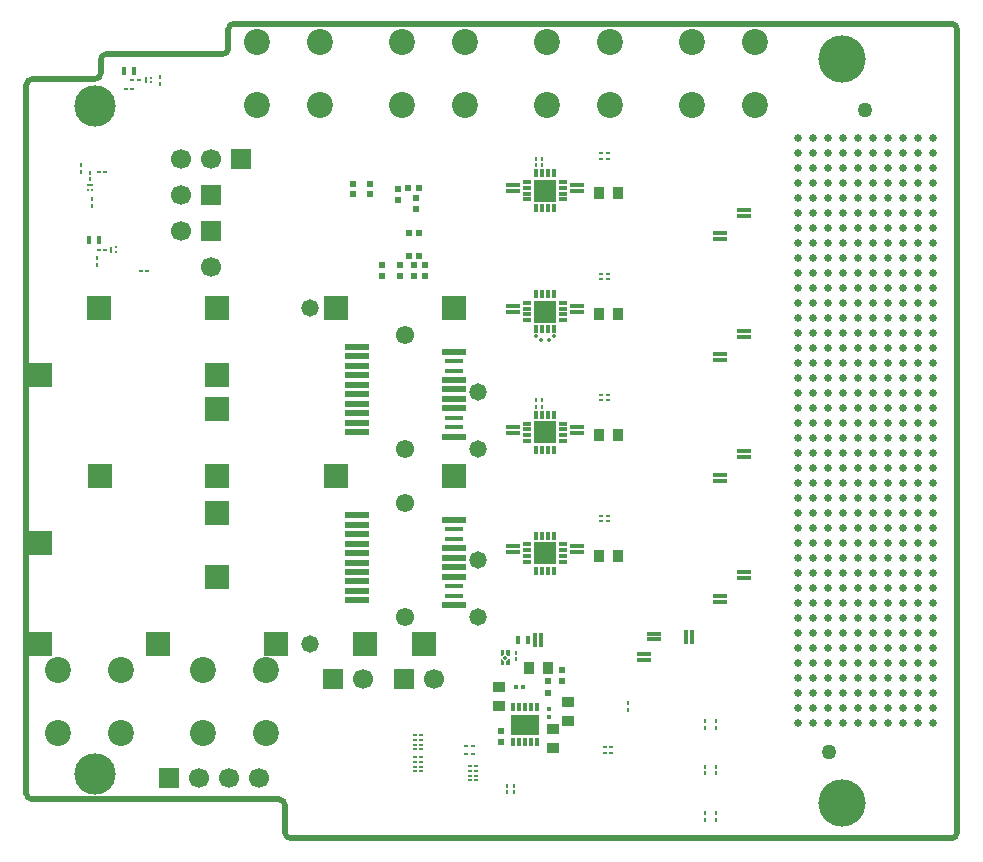
<source format=gbs>
G04*
G04 #@! TF.GenerationSoftware,Altium Limited,Altium Designer,24.2.2 (26)*
G04*
G04 Layer_Color=16711935*
%FSLAX26Y26*%
%MOIN*%
G70*
G04*
G04 #@! TF.SameCoordinates,1490CFCF-B2EF-406E-B7EC-920D21FDAB99*
G04*
G04*
G04 #@! TF.FilePolarity,Negative*
G04*
G01*
G75*
%ADD23R,0.011811X0.010800*%
%ADD24R,0.015748X0.025591*%
%ADD30R,0.024409X0.022835*%
%ADD43R,0.029528X0.011811*%
%ADD44R,0.011811X0.029528*%
%ADD58R,0.019685X0.005906*%
%ADD59R,0.005906X0.009842*%
%ADD62R,0.005906X0.019685*%
%ADD63R,0.009842X0.005906*%
%ADD65R,0.035433X0.039370*%
%ADD66R,0.010800X0.011811*%
%ADD69R,0.004921X0.023622*%
%ADD70R,0.047244X0.011811*%
%ADD71R,0.011811X0.047244*%
%ADD72R,0.023622X0.004921*%
%ADD73R,0.039370X0.037402*%
%ADD74R,0.037402X0.039370*%
%ADD75R,0.024409X0.024409*%
%ADD76R,0.024409X0.024409*%
%ADD79C,0.020000*%
%ADD80C,0.020000*%
%ADD95R,0.078740X0.078740*%
%ADD96C,0.058189*%
%ADD97C,0.061024*%
%ADD98C,0.066929*%
%ADD99R,0.066929X0.066929*%
%ADD100C,0.050000*%
%ADD101C,0.086614*%
%ADD102C,0.137795*%
%ADD103C,0.157480*%
%ADD149R,0.078740X0.019685*%
%ADD150R,0.059055X0.015748*%
%ADD151R,0.097638X0.068898*%
%ADD152R,0.011811X0.031496*%
%ADD153R,0.001000X0.001000*%
%ADD154P,0.001414X4X90.0*%
%ADD155R,0.072835X0.072835*%
%ADD156C,0.025197*%
%ADD157R,0.011811X0.006890*%
G04:AMPARAMS|DCode=159|XSize=10.8mil|YSize=11.811mil|CornerRadius=0mil|HoleSize=0mil|Usage=FLASHONLY|Rotation=225.000|XOffset=0mil|YOffset=0mil|HoleType=Round|Shape=Rectangle|*
%AMROTATEDRECTD159*
4,1,4,-0.000357,0.007994,0.007994,-0.000357,0.000357,-0.007994,-0.007994,0.000357,-0.000357,0.007994,0.0*
%
%ADD159ROTATEDRECTD159*%

G04:AMPARAMS|DCode=160|XSize=10.8mil|YSize=11.811mil|CornerRadius=0mil|HoleSize=0mil|Usage=FLASHONLY|Rotation=135.000|XOffset=0mil|YOffset=0mil|HoleType=Round|Shape=Rectangle|*
%AMROTATEDRECTD160*
4,1,4,0.007994,0.000357,-0.000357,-0.007994,-0.007994,-0.000357,0.000357,0.007994,0.007994,0.000357,0.0*
%
%ADD160ROTATEDRECTD160*%

%ADD167R,0.017716X0.015748*%
%ADD168R,0.015748X0.017716*%
G36*
X1383185Y412459D02*
Y391522D01*
X1378232D01*
X1370244Y399511D01*
Y412464D01*
X1383185Y412459D01*
D02*
G37*
G36*
X1364992Y399511D02*
X1357004Y391522D01*
X1352051D01*
Y412459D01*
X1364992Y412464D01*
Y399511D01*
D02*
G37*
G36*
X1376546Y386637D02*
X1367618Y377709D01*
X1358690Y386637D01*
X1367618Y395565D01*
X1376546Y386637D01*
D02*
G37*
G36*
X1383181Y360810D02*
X1370244D01*
Y373763D01*
X1378232Y381751D01*
X1383185D01*
X1383181Y360810D01*
D02*
G37*
G36*
X1364992Y373763D02*
Y360810D01*
X1352051Y360814D01*
Y381751D01*
X1357004D01*
X1364992Y373763D01*
D02*
G37*
D23*
X1237304Y63416D02*
D03*
X1258957D02*
D03*
X1237304Y90155D02*
D03*
X1258957D02*
D03*
X1720587Y87858D02*
D03*
X1698933D02*
D03*
X1720587Y67199D02*
D03*
X1698933D02*
D03*
X175020Y1673967D02*
D03*
X153367D02*
D03*
X33731Y1746621D02*
D03*
X12078D02*
D03*
X146631Y2311932D02*
D03*
X124978D02*
D03*
Y2282010D02*
D03*
X103325D02*
D03*
X34526Y2006344D02*
D03*
X12873D02*
D03*
X1687752Y1646941D02*
D03*
X1709406D02*
D03*
X1687752Y1243933D02*
D03*
X1709406D02*
D03*
X1687752Y840926D02*
D03*
X1709406D02*
D03*
X1687752Y2049948D02*
D03*
X1709406D02*
D03*
X1687752Y1665936D02*
D03*
X1709406D02*
D03*
X1687752Y1262929D02*
D03*
X1709406D02*
D03*
X1687752Y859921D02*
D03*
X1709406D02*
D03*
X1687752Y2068944D02*
D03*
X1709406D02*
D03*
D24*
X1443227Y445697D02*
D03*
X1409763D02*
D03*
X-20631Y1778677D02*
D03*
X12834D02*
D03*
X96818Y2340682D02*
D03*
X130282D02*
D03*
D30*
X1556461Y306743D02*
D03*
Y343751D02*
D03*
X1509096Y269736D02*
D03*
Y306743D02*
D03*
X1354007Y103703D02*
D03*
Y140711D02*
D03*
D43*
X1440939Y704385D02*
D03*
Y724070D02*
D03*
Y743755D02*
D03*
Y763440D02*
D03*
X1559049D02*
D03*
Y743755D02*
D03*
Y724070D02*
D03*
Y704385D02*
D03*
X1440939Y1913408D02*
D03*
Y1933093D02*
D03*
Y1952778D02*
D03*
Y1972463D02*
D03*
X1559049D02*
D03*
Y1952778D02*
D03*
Y1933093D02*
D03*
Y1913408D02*
D03*
X1440939Y1510400D02*
D03*
Y1530085D02*
D03*
Y1549770D02*
D03*
Y1569455D02*
D03*
X1559049D02*
D03*
Y1549770D02*
D03*
Y1530085D02*
D03*
Y1510400D02*
D03*
X1440939Y1107392D02*
D03*
Y1127078D02*
D03*
Y1146763D02*
D03*
Y1166448D02*
D03*
X1559049D02*
D03*
Y1146763D02*
D03*
Y1127078D02*
D03*
Y1107392D02*
D03*
D44*
X1529522Y674858D02*
D03*
X1509836D02*
D03*
X1490151D02*
D03*
X1470466D02*
D03*
Y792968D02*
D03*
X1490151D02*
D03*
X1509836D02*
D03*
X1529522D02*
D03*
Y1883880D02*
D03*
X1509836D02*
D03*
X1490151D02*
D03*
X1470466D02*
D03*
Y2001990D02*
D03*
X1490151D02*
D03*
X1509836D02*
D03*
X1529522D02*
D03*
Y1480873D02*
D03*
X1509836D02*
D03*
X1490151D02*
D03*
X1470466D02*
D03*
Y1598983D02*
D03*
X1490151D02*
D03*
X1509836D02*
D03*
X1529522D02*
D03*
Y1077865D02*
D03*
X1509836D02*
D03*
X1490151D02*
D03*
X1470466D02*
D03*
Y1195975D02*
D03*
X1490151D02*
D03*
X1509836D02*
D03*
X1529522D02*
D03*
D58*
X-17242Y1960795D02*
D03*
D59*
X-24132Y1945047D02*
D03*
X-10352D02*
D03*
D62*
X53299Y1746618D02*
D03*
X170527Y2311932D02*
D03*
D63*
X69047Y1739728D02*
D03*
Y1753507D02*
D03*
X186275Y2305043D02*
D03*
Y2318822D02*
D03*
D65*
X1509096Y350657D02*
D03*
X1446104D02*
D03*
D66*
X7747Y1716699D02*
D03*
Y1695045D02*
D03*
X1372903Y-41089D02*
D03*
Y-62742D02*
D03*
X1397932Y-41089D02*
D03*
Y-62742D02*
D03*
X217210Y2299277D02*
D03*
Y2320931D02*
D03*
X-10352Y1892458D02*
D03*
Y1914112D02*
D03*
X-17242Y1980360D02*
D03*
Y2002013D02*
D03*
X-47164Y2006344D02*
D03*
Y2027997D02*
D03*
X1402209Y380369D02*
D03*
Y402022D02*
D03*
X2032813Y173512D02*
D03*
Y151858D02*
D03*
X2070247Y173512D02*
D03*
Y151858D02*
D03*
X1776982Y212243D02*
D03*
Y233897D02*
D03*
X2032813Y22344D02*
D03*
Y690D02*
D03*
X2070247Y22344D02*
D03*
Y690D02*
D03*
X2032813Y-132621D02*
D03*
Y-154274D02*
D03*
X2070247Y-132621D02*
D03*
Y-154274D02*
D03*
X1470466Y1243922D02*
D03*
Y1222269D02*
D03*
X1490151Y1243922D02*
D03*
Y1222269D02*
D03*
X1470466Y2049938D02*
D03*
Y2028284D02*
D03*
X1490151Y2049938D02*
D03*
Y2028284D02*
D03*
D69*
X1852565Y355458D02*
D03*
X1862487D02*
D03*
X1417933Y258584D02*
D03*
X1427855D02*
D03*
X2031923Y1437764D02*
D03*
X2041845D02*
D03*
X2031923Y1034770D02*
D03*
X2041845D02*
D03*
X2031923Y631934D02*
D03*
X2041845D02*
D03*
X2031923Y1840916D02*
D03*
X2041845D02*
D03*
D70*
X1831130Y379506D02*
D03*
Y399191D02*
D03*
X1864979Y466387D02*
D03*
Y446702D02*
D03*
X2164026Y1476002D02*
D03*
Y1456317D02*
D03*
Y1073643D02*
D03*
Y1053958D02*
D03*
X2164002Y670385D02*
D03*
Y650700D02*
D03*
X2164026Y1879361D02*
D03*
Y1859676D02*
D03*
X2084606Y1377907D02*
D03*
Y1397592D02*
D03*
X2084430Y974634D02*
D03*
Y994319D02*
D03*
X2084606Y571826D02*
D03*
Y591511D02*
D03*
X2084539Y1780544D02*
D03*
Y1800229D02*
D03*
X1605376Y1557972D02*
D03*
Y1538287D02*
D03*
X1394572Y759222D02*
D03*
Y739537D02*
D03*
X1605376Y1154630D02*
D03*
Y1134945D02*
D03*
X1605376Y1960592D02*
D03*
Y1940907D02*
D03*
X1394572Y1557566D02*
D03*
Y1537881D02*
D03*
X1605376Y759525D02*
D03*
Y739841D02*
D03*
X1394571Y1154776D02*
D03*
Y1135091D02*
D03*
X1394572Y1960596D02*
D03*
Y1940911D02*
D03*
D71*
X1969326Y454856D02*
D03*
X1989011D02*
D03*
X1466186Y445023D02*
D03*
X1485871D02*
D03*
D72*
X2094449Y1498621D02*
D03*
Y1488699D02*
D03*
Y1095614D02*
D03*
Y1085692D02*
D03*
Y692606D02*
D03*
Y682684D02*
D03*
Y1901629D02*
D03*
Y1891707D02*
D03*
X2064921Y1505618D02*
D03*
Y1495696D02*
D03*
Y1101627D02*
D03*
Y1091705D02*
D03*
Y699736D02*
D03*
Y689814D02*
D03*
Y1908324D02*
D03*
Y1898402D02*
D03*
X2124292Y1487636D02*
D03*
Y1477714D02*
D03*
Y1084649D02*
D03*
Y1074727D02*
D03*
X2124268Y681201D02*
D03*
Y671279D02*
D03*
X2124293Y1890170D02*
D03*
Y1880248D02*
D03*
X1584780Y1588226D02*
D03*
Y1598148D02*
D03*
X1416930Y781914D02*
D03*
Y791836D02*
D03*
X1584780Y1184947D02*
D03*
Y1194869D02*
D03*
X1584780Y1991298D02*
D03*
Y2001220D02*
D03*
X1416930Y1588270D02*
D03*
Y1598192D02*
D03*
X1584780Y782224D02*
D03*
Y792146D02*
D03*
X1416929Y1185382D02*
D03*
Y1195304D02*
D03*
X1416930Y1991255D02*
D03*
Y2001177D02*
D03*
D73*
X1346579Y225572D02*
D03*
Y288565D02*
D03*
X1577840Y174091D02*
D03*
Y237083D02*
D03*
X1527781Y148634D02*
D03*
Y85642D02*
D03*
D74*
X1742899Y1933414D02*
D03*
X1679907D02*
D03*
X1742899Y725498D02*
D03*
X1679907D02*
D03*
X1742899Y1531473D02*
D03*
X1679907D02*
D03*
X1742899Y1127924D02*
D03*
X1679907D02*
D03*
D75*
X1099098Y1694107D02*
D03*
Y1658674D02*
D03*
X917656Y1930328D02*
D03*
Y1965761D02*
D03*
X1016082Y1694107D02*
D03*
Y1658674D02*
D03*
X957027Y1694107D02*
D03*
Y1658674D02*
D03*
X1011151Y1912068D02*
D03*
Y1947501D02*
D03*
X858601Y1930328D02*
D03*
Y1965761D02*
D03*
X1069458Y1882636D02*
D03*
Y1918069D02*
D03*
X1064971Y1694107D02*
D03*
Y1658674D02*
D03*
D76*
X1045609Y1802375D02*
D03*
X1081042D02*
D03*
X1045609Y1723635D02*
D03*
X1081042D02*
D03*
X1044876Y1953141D02*
D03*
X1080309D02*
D03*
D79*
X2874016Y2480315D02*
G03*
X2854331Y2500000I-19685J0D01*
G01*
X464567D02*
G03*
X444882Y2480315I0J-19686D01*
G01*
X425502Y2397637D02*
G03*
X444882Y2417017I0J19379D01*
G01*
X425502Y2397638D02*
G03*
X425502Y2397637I1J1D01*
G01*
X37328Y2397638D02*
G03*
X19684Y2379995I0J-17643D01*
G01*
X-0Y2314960D02*
G03*
X19684Y2334645I0J19685D01*
G01*
X-208662Y2314960D02*
G03*
X-228347Y2295275I0J-19685D01*
G01*
X2874016Y-196851D02*
G03*
X2874016Y-196850I0J0D01*
G01*
X2854331Y-216536D02*
G03*
X2874016Y-196851I0J19685D01*
G01*
X-228347Y-66930D02*
X-228346Y-66929D01*
D02*
G03*
X-208662Y-86614I19685J0D01*
G01*
X633858Y-106299D02*
G03*
X614173Y-86615I-19685J0D01*
G01*
X633858Y-196850D02*
G03*
X653543Y-216536I19686J0D01*
G01*
X2874016Y-196850D02*
Y2480315D01*
X464567Y2500000D02*
X2854331D01*
X444882Y2417017D02*
Y2480315D01*
X37328Y2397638D02*
X425502D01*
X19684Y2334645D02*
Y2379995D01*
X-208662Y2314960D02*
X-0D01*
X-228347Y-66930D02*
Y2295275D01*
X959096Y-216536D02*
X2854331D01*
X-208662Y-86615D02*
X614173Y-86615D01*
X633858Y-196850D02*
Y-106299D01*
X653543Y-216536D02*
X959096D01*
D80*
X2854331Y2500000D02*
D03*
X-0Y2314960D02*
D03*
D95*
X-182240Y430709D02*
D03*
Y768307D02*
D03*
Y1329331D02*
D03*
X14610Y1552756D02*
D03*
X17760Y991732D02*
D03*
X211460Y430709D02*
D03*
X408311Y654134D02*
D03*
Y866732D02*
D03*
Y991732D02*
D03*
Y1215157D02*
D03*
Y1329331D02*
D03*
Y1552756D02*
D03*
X605161Y430709D02*
D03*
X900437D02*
D03*
X1097287D02*
D03*
X802011Y991732D02*
D03*
X1195712D02*
D03*
X802011Y1552756D02*
D03*
X1195712D02*
D03*
D96*
X715397Y430709D02*
D03*
Y1552756D02*
D03*
X1278389Y522244D02*
D03*
Y711220D02*
D03*
Y1083268D02*
D03*
Y1272244D02*
D03*
D97*
X1034295Y522244D02*
D03*
Y900197D02*
D03*
Y1083268D02*
D03*
Y1461220D02*
D03*
D98*
X1130204Y315250D02*
D03*
X546452Y-15428D02*
D03*
X346452D02*
D03*
X446452D02*
D03*
X386139Y1687254D02*
D03*
X286139Y1808080D02*
D03*
Y1928905D02*
D03*
X386139Y2049731D02*
D03*
X286139D02*
D03*
X893865Y315250D02*
D03*
D99*
X1030204D02*
D03*
X246452Y-15428D02*
D03*
X386139Y1808080D02*
D03*
Y1928905D02*
D03*
X486139Y2049731D02*
D03*
X793865Y315250D02*
D03*
D100*
X2567028Y2213189D02*
D03*
X2446950Y72244D02*
D03*
D101*
X570021Y133740D02*
D03*
Y343583D02*
D03*
X360178Y133740D02*
D03*
Y343583D02*
D03*
X86753Y133740D02*
D03*
Y343583D02*
D03*
X-123090Y133740D02*
D03*
Y343583D02*
D03*
X1715930Y2229303D02*
D03*
Y2439145D02*
D03*
X1506088Y2229303D02*
D03*
Y2439145D02*
D03*
X1232662Y2229303D02*
D03*
Y2439145D02*
D03*
X1022820Y2229303D02*
D03*
Y2439145D02*
D03*
X749394Y2229303D02*
D03*
Y2439145D02*
D03*
X539552Y2229303D02*
D03*
Y2439145D02*
D03*
X2199198Y2229303D02*
D03*
Y2439145D02*
D03*
X1989356Y2229303D02*
D03*
Y2439145D02*
D03*
D102*
X-597Y-1D02*
D03*
X-597Y2226419D02*
D03*
D103*
X2489194Y-98397D02*
D03*
X2489273Y2381862D02*
D03*
D149*
X872878Y577362D02*
D03*
Y860827D02*
D03*
X1195712Y845079D02*
D03*
Y750591D02*
D03*
Y656102D02*
D03*
Y561614D02*
D03*
X872878Y1138386D02*
D03*
Y1421850D02*
D03*
X1195712Y1406102D02*
D03*
Y1311614D02*
D03*
Y1217126D02*
D03*
Y1122638D02*
D03*
X872878Y577362D02*
D03*
Y608858D02*
D03*
Y640354D02*
D03*
Y671850D02*
D03*
Y703346D02*
D03*
Y734842D02*
D03*
Y766338D02*
D03*
Y797835D02*
D03*
Y829331D02*
D03*
Y860827D02*
D03*
X1195712Y845079D02*
D03*
Y750591D02*
D03*
Y719094D02*
D03*
Y687598D02*
D03*
Y656102D02*
D03*
Y561614D02*
D03*
X872878Y1138386D02*
D03*
Y1169882D02*
D03*
Y1201378D02*
D03*
Y1232874D02*
D03*
Y1264370D02*
D03*
Y1295866D02*
D03*
Y1327362D02*
D03*
Y1358858D02*
D03*
Y1390354D02*
D03*
Y1421850D02*
D03*
X1195712Y1406102D02*
D03*
Y1311614D02*
D03*
Y1280118D02*
D03*
Y1248622D02*
D03*
Y1217126D02*
D03*
Y1122638D02*
D03*
D150*
Y813583D02*
D03*
Y782087D02*
D03*
Y624606D02*
D03*
Y593110D02*
D03*
Y1374606D02*
D03*
Y1343110D02*
D03*
Y1185630D02*
D03*
Y1154134D02*
D03*
D151*
X1434564Y162759D02*
D03*
D152*
X1473934Y221814D02*
D03*
X1454249D02*
D03*
X1434564D02*
D03*
X1414879D02*
D03*
X1395194D02*
D03*
Y103704D02*
D03*
X1414879D02*
D03*
X1434564D02*
D03*
X1454249D02*
D03*
X1473934D02*
D03*
D153*
X1377067Y371137D02*
D03*
X1358169D02*
D03*
Y402137D02*
D03*
X1377067D02*
D03*
D154*
X1367618Y386637D02*
D03*
D155*
X1499994Y733913D02*
D03*
Y1942935D02*
D03*
Y1539928D02*
D03*
Y1136920D02*
D03*
D156*
X2342028Y167716D02*
D03*
Y217716D02*
D03*
Y267716D02*
D03*
Y317716D02*
D03*
Y367716D02*
D03*
Y417716D02*
D03*
Y467716D02*
D03*
Y517716D02*
D03*
Y567716D02*
D03*
Y617716D02*
D03*
Y667716D02*
D03*
Y717716D02*
D03*
Y767716D02*
D03*
Y817716D02*
D03*
Y867716D02*
D03*
Y917716D02*
D03*
Y967716D02*
D03*
Y1017716D02*
D03*
Y1067716D02*
D03*
Y1117716D02*
D03*
Y1167716D02*
D03*
Y1217716D02*
D03*
Y1267716D02*
D03*
Y1317716D02*
D03*
Y1367716D02*
D03*
Y1417716D02*
D03*
Y1467716D02*
D03*
Y1517716D02*
D03*
Y1567716D02*
D03*
Y1617716D02*
D03*
Y1667716D02*
D03*
Y1717716D02*
D03*
Y1767716D02*
D03*
Y1817716D02*
D03*
Y1867716D02*
D03*
Y1917716D02*
D03*
Y1967716D02*
D03*
Y2017716D02*
D03*
Y2067716D02*
D03*
Y2117716D02*
D03*
X2392028Y167716D02*
D03*
Y217716D02*
D03*
Y267716D02*
D03*
Y317716D02*
D03*
Y367716D02*
D03*
Y417716D02*
D03*
Y467716D02*
D03*
Y517716D02*
D03*
Y567716D02*
D03*
Y617716D02*
D03*
Y667716D02*
D03*
Y717716D02*
D03*
Y767716D02*
D03*
Y817716D02*
D03*
Y867716D02*
D03*
Y917716D02*
D03*
Y967716D02*
D03*
Y1017716D02*
D03*
Y1067716D02*
D03*
Y1117716D02*
D03*
Y1167716D02*
D03*
Y1217716D02*
D03*
Y1267716D02*
D03*
Y1317716D02*
D03*
Y1367716D02*
D03*
Y1417716D02*
D03*
Y1467716D02*
D03*
Y1517716D02*
D03*
Y1567716D02*
D03*
Y1617716D02*
D03*
Y1667716D02*
D03*
Y1717716D02*
D03*
Y1767716D02*
D03*
Y1817716D02*
D03*
Y1867716D02*
D03*
Y1917716D02*
D03*
Y1967716D02*
D03*
Y2017716D02*
D03*
Y2067716D02*
D03*
Y2117716D02*
D03*
X2442028Y167716D02*
D03*
Y217716D02*
D03*
Y267716D02*
D03*
Y317716D02*
D03*
Y367716D02*
D03*
Y417716D02*
D03*
Y467716D02*
D03*
Y517716D02*
D03*
Y567716D02*
D03*
Y617716D02*
D03*
Y667716D02*
D03*
Y717716D02*
D03*
Y767716D02*
D03*
Y817716D02*
D03*
Y867716D02*
D03*
Y917716D02*
D03*
Y967716D02*
D03*
Y1017716D02*
D03*
Y1067716D02*
D03*
Y1117716D02*
D03*
Y1167716D02*
D03*
Y1217716D02*
D03*
Y1267716D02*
D03*
Y1317716D02*
D03*
Y1367716D02*
D03*
Y1417716D02*
D03*
Y1467716D02*
D03*
Y1517716D02*
D03*
Y1567716D02*
D03*
Y1617716D02*
D03*
Y1667716D02*
D03*
Y1717716D02*
D03*
Y1767716D02*
D03*
Y1817716D02*
D03*
Y1867716D02*
D03*
Y1917716D02*
D03*
Y1967716D02*
D03*
Y2017716D02*
D03*
Y2067716D02*
D03*
Y2117716D02*
D03*
X2492028Y167716D02*
D03*
Y217716D02*
D03*
Y267716D02*
D03*
Y317716D02*
D03*
Y367716D02*
D03*
Y417716D02*
D03*
Y467716D02*
D03*
Y517716D02*
D03*
Y567716D02*
D03*
Y617716D02*
D03*
Y667716D02*
D03*
Y717716D02*
D03*
Y767716D02*
D03*
Y817716D02*
D03*
Y867716D02*
D03*
Y917716D02*
D03*
Y967716D02*
D03*
Y1017716D02*
D03*
Y1067716D02*
D03*
Y1117716D02*
D03*
Y1167716D02*
D03*
Y1217716D02*
D03*
Y1267716D02*
D03*
Y1317716D02*
D03*
Y1367716D02*
D03*
Y1417716D02*
D03*
Y1467716D02*
D03*
Y1517716D02*
D03*
Y1567716D02*
D03*
Y1617716D02*
D03*
Y1667716D02*
D03*
Y1717716D02*
D03*
Y1767716D02*
D03*
Y1817716D02*
D03*
Y1867716D02*
D03*
Y1917716D02*
D03*
Y1967716D02*
D03*
Y2017716D02*
D03*
Y2067716D02*
D03*
Y2117716D02*
D03*
X2542028Y167716D02*
D03*
Y217716D02*
D03*
Y267716D02*
D03*
Y317716D02*
D03*
Y367716D02*
D03*
Y417716D02*
D03*
Y467716D02*
D03*
Y517716D02*
D03*
Y567716D02*
D03*
Y617716D02*
D03*
Y667716D02*
D03*
Y717716D02*
D03*
Y767716D02*
D03*
Y817716D02*
D03*
Y867716D02*
D03*
Y917716D02*
D03*
Y967716D02*
D03*
Y1017716D02*
D03*
Y1067716D02*
D03*
Y1117716D02*
D03*
Y1167716D02*
D03*
Y1217716D02*
D03*
Y1267716D02*
D03*
Y1317716D02*
D03*
Y1367716D02*
D03*
Y1417716D02*
D03*
Y1467716D02*
D03*
Y1517716D02*
D03*
Y1567716D02*
D03*
Y1617716D02*
D03*
Y1667716D02*
D03*
Y1717716D02*
D03*
Y1767716D02*
D03*
Y1817716D02*
D03*
Y1867716D02*
D03*
Y1917716D02*
D03*
Y1967716D02*
D03*
Y2017716D02*
D03*
Y2067716D02*
D03*
Y2117716D02*
D03*
X2592028Y167716D02*
D03*
Y217716D02*
D03*
Y267716D02*
D03*
Y317716D02*
D03*
Y367716D02*
D03*
Y417716D02*
D03*
Y467716D02*
D03*
Y517716D02*
D03*
Y567716D02*
D03*
Y617716D02*
D03*
Y667716D02*
D03*
Y717716D02*
D03*
Y767716D02*
D03*
Y817716D02*
D03*
Y867716D02*
D03*
Y917716D02*
D03*
Y967716D02*
D03*
Y1017716D02*
D03*
Y1067716D02*
D03*
Y1117716D02*
D03*
Y1167716D02*
D03*
Y1217716D02*
D03*
Y1267716D02*
D03*
Y1317716D02*
D03*
Y1367716D02*
D03*
Y1417716D02*
D03*
Y1467716D02*
D03*
Y1517716D02*
D03*
Y1567716D02*
D03*
Y1617716D02*
D03*
Y1667716D02*
D03*
Y1717716D02*
D03*
Y1767716D02*
D03*
Y1817716D02*
D03*
Y1867716D02*
D03*
Y1917716D02*
D03*
Y1967716D02*
D03*
Y2017716D02*
D03*
Y2067716D02*
D03*
Y2117716D02*
D03*
X2642028Y167716D02*
D03*
Y217716D02*
D03*
Y267716D02*
D03*
Y317716D02*
D03*
Y367716D02*
D03*
Y417716D02*
D03*
Y467716D02*
D03*
Y517716D02*
D03*
Y567716D02*
D03*
Y617716D02*
D03*
Y667716D02*
D03*
Y717716D02*
D03*
Y767716D02*
D03*
Y817716D02*
D03*
Y867716D02*
D03*
Y917716D02*
D03*
Y967716D02*
D03*
Y1017716D02*
D03*
Y1067716D02*
D03*
Y1117716D02*
D03*
Y1167716D02*
D03*
Y1217716D02*
D03*
Y1267716D02*
D03*
Y1317716D02*
D03*
Y1367716D02*
D03*
Y1417716D02*
D03*
Y1467716D02*
D03*
Y1517716D02*
D03*
Y1567716D02*
D03*
Y1617716D02*
D03*
Y1667716D02*
D03*
Y1717716D02*
D03*
Y1767716D02*
D03*
Y1817716D02*
D03*
Y1867716D02*
D03*
Y1917716D02*
D03*
Y1967716D02*
D03*
Y2017716D02*
D03*
Y2067716D02*
D03*
Y2117716D02*
D03*
X2692028Y167716D02*
D03*
Y217716D02*
D03*
Y267716D02*
D03*
Y317716D02*
D03*
Y367716D02*
D03*
Y417716D02*
D03*
Y467716D02*
D03*
Y517716D02*
D03*
Y567716D02*
D03*
Y617716D02*
D03*
Y667716D02*
D03*
Y717716D02*
D03*
Y767716D02*
D03*
Y817716D02*
D03*
Y867716D02*
D03*
Y917716D02*
D03*
Y967716D02*
D03*
Y1017716D02*
D03*
Y1067716D02*
D03*
Y1117716D02*
D03*
Y1167716D02*
D03*
Y1217716D02*
D03*
Y1267716D02*
D03*
Y1317716D02*
D03*
Y1367716D02*
D03*
Y1417716D02*
D03*
Y1467716D02*
D03*
Y1517716D02*
D03*
Y1567716D02*
D03*
Y1617716D02*
D03*
Y1667716D02*
D03*
Y1717716D02*
D03*
Y1767716D02*
D03*
Y1817716D02*
D03*
Y1867716D02*
D03*
Y1917716D02*
D03*
Y1967716D02*
D03*
Y2017716D02*
D03*
Y2067716D02*
D03*
Y2117716D02*
D03*
X2742028Y167716D02*
D03*
Y217716D02*
D03*
Y267716D02*
D03*
Y317716D02*
D03*
Y367716D02*
D03*
Y417716D02*
D03*
Y467716D02*
D03*
Y517716D02*
D03*
Y567716D02*
D03*
Y617716D02*
D03*
Y667716D02*
D03*
Y717716D02*
D03*
Y767716D02*
D03*
Y817716D02*
D03*
Y867716D02*
D03*
Y917716D02*
D03*
Y967716D02*
D03*
Y1017716D02*
D03*
Y1067716D02*
D03*
Y1117716D02*
D03*
Y1167716D02*
D03*
Y1217716D02*
D03*
Y1267716D02*
D03*
Y1317716D02*
D03*
Y1367716D02*
D03*
Y1417716D02*
D03*
Y1467716D02*
D03*
Y1517716D02*
D03*
Y1567716D02*
D03*
Y1617716D02*
D03*
Y1667716D02*
D03*
Y1717716D02*
D03*
Y1767716D02*
D03*
Y1817716D02*
D03*
Y1867716D02*
D03*
Y1917716D02*
D03*
Y1967716D02*
D03*
Y2017716D02*
D03*
Y2067716D02*
D03*
Y2117716D02*
D03*
X2792028Y167716D02*
D03*
Y217716D02*
D03*
Y267716D02*
D03*
Y317716D02*
D03*
Y367716D02*
D03*
Y417716D02*
D03*
Y467716D02*
D03*
Y517716D02*
D03*
Y567716D02*
D03*
Y617716D02*
D03*
Y667716D02*
D03*
Y717716D02*
D03*
Y767716D02*
D03*
Y817716D02*
D03*
Y867716D02*
D03*
Y917716D02*
D03*
Y967716D02*
D03*
Y1017716D02*
D03*
Y1067716D02*
D03*
Y1117716D02*
D03*
Y1167716D02*
D03*
Y1217716D02*
D03*
Y1267716D02*
D03*
Y1317716D02*
D03*
Y1367716D02*
D03*
Y1417716D02*
D03*
Y1467716D02*
D03*
Y1517716D02*
D03*
Y1567716D02*
D03*
Y1617716D02*
D03*
Y1667716D02*
D03*
Y1717716D02*
D03*
Y1767716D02*
D03*
Y1817716D02*
D03*
Y1867716D02*
D03*
Y1917716D02*
D03*
Y1967716D02*
D03*
Y2017716D02*
D03*
Y2067716D02*
D03*
Y2117716D02*
D03*
D157*
X1270881Y-22540D02*
D03*
Y-6792D02*
D03*
Y8956D02*
D03*
Y24704D02*
D03*
X1249228D02*
D03*
Y8956D02*
D03*
Y-6792D02*
D03*
Y-22540D02*
D03*
X1087319Y80651D02*
D03*
Y96399D02*
D03*
Y112147D02*
D03*
Y127895D02*
D03*
X1065665D02*
D03*
Y112147D02*
D03*
Y96399D02*
D03*
Y80651D02*
D03*
X1065841Y54214D02*
D03*
Y38466D02*
D03*
Y22718D02*
D03*
Y6970D02*
D03*
X1087494D02*
D03*
Y22718D02*
D03*
Y38466D02*
D03*
Y54214D02*
D03*
D159*
X1470466Y1458854D02*
D03*
X1485778Y1443543D02*
D03*
D160*
X1529522Y1458854D02*
D03*
X1514210Y1443543D02*
D03*
D167*
X1428264Y288832D02*
D03*
X1402280D02*
D03*
D168*
X1512136Y216062D02*
D03*
Y188503D02*
D03*
M02*

</source>
